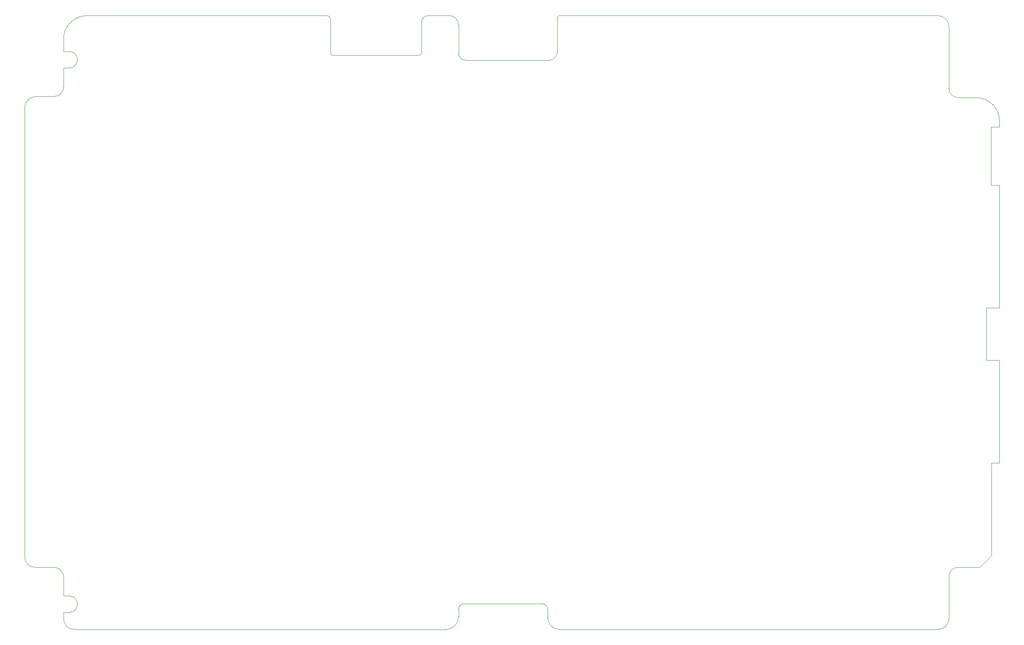
<source format=gko>
G04*
G04 #@! TF.GenerationSoftware,Altium Limited,Altium Designer,19.0.15 (446)*
G04*
G04 Layer_Color=16711935*
%FSLAX43Y43*%
%MOMM*%
G71*
G01*
G75*
%ADD192C,0.100*%
D192*
X13300Y6300D02*
G03*
X15600Y4000I2300J0D01*
G01*
X18300Y135000D02*
G03*
X13300Y130000I0J-5000D01*
G01*
X202000Y119500D02*
G03*
X204000Y117500I2000J0D01*
G01*
X212800Y112500D02*
G03*
X207800Y117500I-5000J0D01*
G01*
X199775Y4000D02*
G03*
X202000Y6225I0J2225D01*
G01*
X204000Y17250D02*
G03*
X202000Y15250I0J-2000D01*
G01*
X70200Y134300D02*
G03*
X69500Y135000I-700J0D01*
G01*
X97500Y126945D02*
G03*
X98945Y125500I1445J0D01*
G01*
X97500Y133000D02*
G03*
X95500Y135000I-2000J-0D01*
G01*
X119000Y135000D02*
G03*
X118500Y134500I0J-500D01*
G01*
X5000Y19500D02*
G03*
X7250Y17250I2250J0D01*
G01*
X202000Y132700D02*
G03*
X199700Y135000I-2300J0D01*
G01*
X116850Y125500D02*
G03*
X118500Y127150I0J1650D01*
G01*
X7475Y117750D02*
G03*
X5000Y115275I0J-2475D01*
G01*
X11300Y117750D02*
G03*
X13300Y119750I0J2000D01*
G01*
X90975Y135000D02*
G03*
X89600Y133625I0J-1375D01*
G01*
X70200Y127000D02*
G03*
X70660Y126540I460J0D01*
G01*
X94813Y3999D02*
G03*
X97500Y6687I0J2688D01*
G01*
X116500Y8300D02*
G03*
X115300Y9500I-1200J0D01*
G01*
X116487Y6537D02*
G03*
X118989Y4000I2519J-18D01*
G01*
X98650Y9500D02*
G03*
X97500Y8350I0J-1150D01*
G01*
X89075Y126540D02*
G03*
X89600Y127065I0J525D01*
G01*
X14500Y123850D02*
G03*
X14500Y127350I0J1750D01*
G01*
X13300Y15200D02*
G03*
X11250Y17250I-2050J0D01*
G01*
X14500Y7650D02*
G03*
X14500Y11150I0J1750D01*
G01*
X119000Y135000D02*
X199700D01*
X212800Y111225D02*
Y112500D01*
X205000Y17250D02*
X208642D01*
X13300Y119750D02*
Y123850D01*
X13300Y127350D02*
Y130000D01*
X13300Y123850D02*
X14500D01*
X13300Y127350D02*
X14500D01*
X13300Y6300D02*
Y7625D01*
X13325Y7650D01*
X14500D01*
X208642Y17250D02*
X211092Y19700D01*
Y39567D01*
X212800D01*
Y61458D01*
X209967D02*
X212800D01*
X209967D02*
Y72617D01*
X212800D01*
Y98783D01*
X211000D02*
X212800D01*
X211000D02*
Y111225D01*
X212800D01*
X202000Y119500D02*
Y119930D01*
X204000Y117500D02*
X205225D01*
X208000D01*
X18300Y135000D02*
X69500Y135000D01*
X70660Y126540D02*
X89075D01*
X7475Y117750D02*
X11300D01*
X204000Y17250D02*
X205000D01*
X89600Y127065D02*
Y133625D01*
X90975Y135000D02*
X95500D01*
X202000Y6225D02*
Y15250D01*
X7250Y17250D02*
X11250D01*
X98945Y125500D02*
X116850D01*
X118500Y127150D02*
Y134500D01*
X70200Y127000D02*
Y134300D01*
X202000Y119930D02*
Y132700D01*
X97500Y126945D02*
Y133000D01*
X13300Y11175D02*
Y15200D01*
X13325Y11150D02*
X14500D01*
X55500Y4000D02*
X74455D01*
X74457D02*
X94813D01*
X53597D02*
X55496D01*
X47504D02*
X53597D01*
X32528D02*
X47500D01*
X15600D02*
X32526D01*
X5000Y19500D02*
Y41845D01*
Y115275D01*
X163500Y4000D02*
X178467D01*
X178473D02*
X199775D01*
X157458D02*
X163500D01*
X119006D02*
X136470D01*
X110179Y9500D02*
X110181Y9502D01*
X115298D01*
X136470Y4000D02*
X155400D01*
X155400D02*
X157458D01*
X98650Y9500D02*
X110179D01*
X97500Y6687D02*
Y8340D01*
X116487Y6537D02*
X116500Y8375D01*
X202000Y6225D02*
Y7925D01*
M02*

</source>
